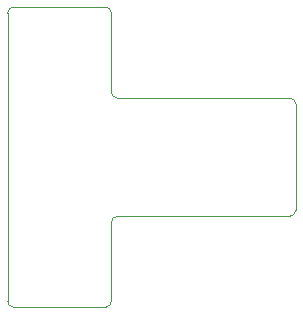
<source format=gm1>
G04 #@! TF.GenerationSoftware,KiCad,Pcbnew,(5.1.9-0-10_14)*
G04 #@! TF.CreationDate,2021-04-11T20:09:15+09:00*
G04 #@! TF.ProjectId,RL78DebugConnector,524c3738-4465-4627-9567-436f6e6e6563,V1.0*
G04 #@! TF.SameCoordinates,Original*
G04 #@! TF.FileFunction,Profile,NP*
%FSLAX46Y46*%
G04 Gerber Fmt 4.6, Leading zero omitted, Abs format (unit mm)*
G04 Created by KiCad (PCBNEW (5.1.9-0-10_14)) date 2021-04-11 20:09:15*
%MOMM*%
%LPD*%
G01*
G04 APERTURE LIST*
G04 #@! TA.AperFunction,Profile*
%ADD10C,0.050000*%
G04 #@! TD*
G04 APERTURE END LIST*
D10*
X-6100000Y12700000D02*
X-13900000Y12700000D01*
X-5600000Y5500000D02*
X-5600000Y12200000D01*
X9500000Y5000000D02*
X-5100000Y5000000D01*
X-5100000Y-5000000D02*
X9500000Y-5000000D01*
X-5600000Y-12200000D02*
X-5600000Y-5500000D01*
X-13900000Y-12700000D02*
X-6100000Y-12700000D01*
X-14400000Y12200000D02*
X-14400000Y-12200000D01*
X10000000Y4500000D02*
X10000000Y-4500000D01*
X-5600000Y-5500000D02*
G75*
G02*
X-5100000Y-5000000I500000J0D01*
G01*
X-5600000Y-12200000D02*
G75*
G02*
X-6100000Y-12700000I-500000J0D01*
G01*
X-6100000Y12700000D02*
G75*
G02*
X-5600000Y12200000I0J-500000D01*
G01*
X-5100000Y5000000D02*
G75*
G02*
X-5600000Y5500000I0J500000D01*
G01*
X9500000Y5000000D02*
G75*
G02*
X10000000Y4500000I0J-500000D01*
G01*
X10000000Y-4500000D02*
G75*
G02*
X9500000Y-5000000I-500000J0D01*
G01*
X-13900000Y-12700000D02*
G75*
G02*
X-14400000Y-12200000I0J500000D01*
G01*
X-14400000Y12200000D02*
G75*
G02*
X-13900000Y12700000I500000J0D01*
G01*
M02*

</source>
